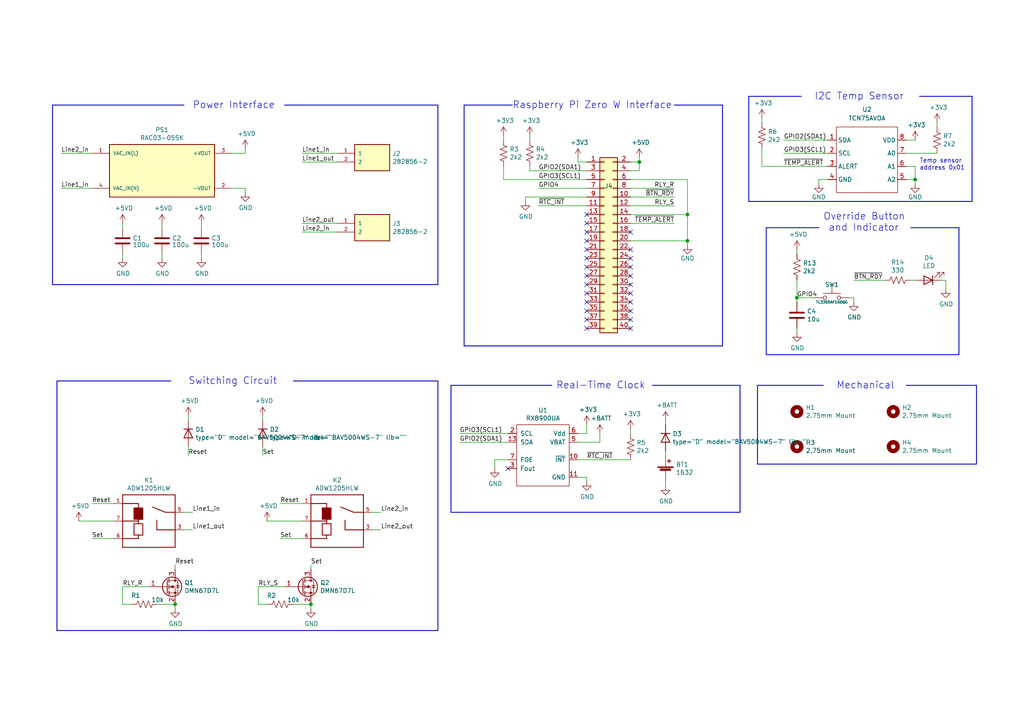
<source format=kicad_sch>
(kicad_sch (version 20211123) (generator eeschema)
  (paper "A4")
  (title_block (title "PumpTimerV2") (date "2021-04-15") (rev "-") (company "Taylor Zinke"))
  (lib_symbols
    (symbol "Connector_Generic:Conn_02x20_Odd_Even" (pin_names (offset 1.016) hide)
      (property "Reference" "J" (at 1.27 25.4 0))
      (property "Value" "Conn_02x20_Odd_Even" (at 1.27 -27.94 0))
      (symbol "Conn_02x20_Odd_Even_1_1"
        (rectangle (start -1.27 -25.273) (end 0 -25.527) (stroke (width 0.1524)))
        (rectangle (start -1.27 -22.733) (end 0 -22.987) (stroke (width 0.1524)))
        (rectangle (start -1.27 -20.193) (end 0 -20.447) (stroke (width 0.1524)))
        (rectangle (start -1.27 -17.653) (end 0 -17.907) (stroke (width 0.1524)))
        (rectangle (start -1.27 -15.113) (end 0 -15.367) (stroke (width 0.1524)))
        (rectangle (start -1.27 -12.573) (end 0 -12.827) (stroke (width 0.1524)))
        (rectangle (start -1.27 -10.033) (end 0 -10.287) (stroke (width 0.1524)))
        (rectangle (start -1.27 -7.493) (end 0 -7.747) (stroke (width 0.1524)))
        (rectangle (start -1.27 -4.953) (end 0 -5.207) (stroke (width 0.1524)))
        (rectangle (start -1.27 -2.413) (end 0 -2.667) (stroke (width 0.1524)))
        (rectangle (start -1.27 0.127) (end 0 -0.127) (stroke (width 0.1524)))
        (rectangle (start -1.27 2.667) (end 0 2.413) (stroke (width 0.1524)))
        (rectangle (start -1.27 5.207) (end 0 4.953) (stroke (width 0.1524)))
        (rectangle (start -1.27 7.747) (end 0 7.493) (stroke (width 0.1524)))
        (rectangle (start -1.27 10.287) (end 0 10.033) (stroke (width 0.1524)))
        (rectangle (start -1.27 12.827) (end 0 12.573) (stroke (width 0.1524)))
        (rectangle (start -1.27 15.367) (end 0 15.113) (stroke (width 0.1524)))
        (rectangle (start -1.27 17.907) (end 0 17.653) (stroke (width 0.1524)))
        (rectangle (start -1.27 20.447) (end 0 20.193) (stroke (width 0.1524)))
        (rectangle (start -1.27 22.987) (end 0 22.733) (stroke (width 0.1524)))
        (rectangle (start -1.27 24.13) (end 3.81 -26.67) (stroke (width 0.254)) (fill (type background)))
        (rectangle (start 3.81 -25.273) (end 2.54 -25.527) (stroke (width 0.1524)))
        (rectangle (start 3.81 -22.733) (end 2.54 -22.987) (stroke (width 0.1524)))
        (rectangle (start 3.81 -20.193) (end 2.54 -20.447) (stroke (width 0.1524)))
        (rectangle (start 3.81 -17.653) (end 2.54 -17.907) (stroke (width 0.1524)))
        (rectangle (start 3.81 -15.113) (end 2.54 -15.367) (stroke (width 0.1524)))
        (rectangle (start 3.81 -12.573) (end 2.54 -12.827) (stroke (width 0.1524)))
        (rectangle (start 3.81 -10.033) (end 2.54 -10.287) (stroke (width 0.1524)))
        (rectangle (start 3.81 -7.493) (end 2.54 -7.747) (stroke (width 0.1524)))
        (rectangle (start 3.81 -4.953) (end 2.54 -5.207) (stroke (width 0.1524)))
        (rectangle (start 3.81 -2.413) (end 2.54 -2.667) (stroke (width 0.1524)))
        (rectangle (start 3.81 0.127) (end 2.54 -0.127) (stroke (width 0.1524)))
        (rectangle (start 3.81 2.667) (end 2.54 2.413) (stroke (width 0.1524)))
        (rectangle (start 3.81 5.207) (end 2.54 4.953) (stroke (width 0.1524)))
        (rectangle (start 3.81 7.747) (end 2.54 7.493) (stroke (width 0.1524)))
        (rectangle (start 3.81 10.287) (end 2.54 10.033) (stroke (width 0.1524)))
        (rectangle (start 3.81 12.827) (end 2.54 12.573) (stroke (width 0.1524)))
        (rectangle (start 3.81 15.367) (end 2.54 15.113) (stroke (width 0.1524)))
        (rectangle (start 3.81 17.907) (end 2.54 17.653) (stroke (width 0.1524)))
        (rectangle (start 3.81 20.447) (end 2.54 20.193) (stroke (width 0.1524)))
        (rectangle (start 3.81 22.987) (end 2.54 22.733) (stroke (width 0.1524)))
        (pin passive line (at -5.08 22.86 0) (length 3.81) (name "Pin_1") (number "1"))
        (pin passive line (at 7.62 12.7 180) (length 3.81) (name "Pin_10") (number "10"))
        (pin passive line (at -5.08 10.16 0) (length 3.81) (name "Pin_11") (number "11"))
        (pin passive line (at 7.62 10.16 180) (length 3.81) (name "Pin_12") (number "12"))
        (pin passive line (at -5.08 7.62 0) (length 3.81) (name "Pin_13") (number "13"))
        (pin passive line (at 7.62 7.62 180) (length 3.81) (name "Pin_14") (number "14"))
        (pin passive line (at -5.08 5.08 0) (length 3.81) (name "Pin_15") (number "15"))
        (pin passive line (at 7.62 5.08 180) (length 3.81) (name "Pin_16") (number "16"))
        (pin passive line (at -5.08 2.54 0) (length 3.81) (name "Pin_17") (number "17"))
        (pin passive line (at 7.62 2.54 180) (length 3.81) (name "Pin_18") (number "18"))
        (pin passive line (at -5.08 0 0) (length 3.81) (name "Pin_19") (number "19"))
        (pin passive line (at 7.62 22.86 180) (length 3.81) (name "Pin_2") (number "2"))
        (pin passive line (at 7.62 0 180) (length 3.81) (name "Pin_20") (number "20"))
        (pin passive line (at -5.08 -2.54 0) (length 3.81) (name "Pin_21") (number "21"))
        (pin passive line (at 7.62 -2.54 180) (length 3.81) (name "Pin_22") (number "22"))
        (pin passive line (at -5.08 -5.08 0) (length 3.81) (name "Pin_23") (number "23"))
        (pin passive line (at 7.62 -5.08 180) (length 3.81) (name "Pin_24") (number "24"))
        (pin passive line (at -5.08 -7.62 0) (length 3.81) (name "Pin_25") (number "25"))
        (pin passive line (at 7.62 -7.62 180) (length 3.81) (name "Pin_26") (number "26"))
        (pin passive line (at -5.08 -10.16 0) (length 3.81) (name "Pin_27") (number "27"))
        (pin passive line (at 7.62 -10.16 180) (length 3.81) (name "Pin_28") (number "28"))
        (pin passive line (at -5.08 -12.7 0) (length 3.81) (name "Pin_29") (number "29"))
        (pin passive line (at -5.08 20.32 0) (length 3.81) (name "Pin_3") (number "3"))
        (pin passive line (at 7.62 -12.7 180) (length 3.81) (name "Pin_30") (number "30"))
        (pin passive line (at -5.08 -15.24 0) (length 3.81) (name "Pin_31") (number "31"))
        (pin passive line (at 7.62 -15.24 180) (length 3.81) (name "Pin_32") (number "32"))
        (pin passive line (at -5.08 -17.78 0) (length 3.81) (name "Pin_33") (number "33"))
        (pin passive line (at 7.62 -17.78 180) (length 3.81) (name "Pin_34") (number "34"))
        (pin passive line (at -5.08 -20.32 0) (length 3.81) (name "Pin_35") (number "35"))
        (pin passive line (at 7.62 -20.32 180) (length 3.81) (name "Pin_36") (number "36"))
        (pin passive line (at -5.08 -22.86 0) (length 3.81) (name "Pin_37") (number "37"))
        (pin passive line (at 7.62 -22.86 180) (length 3.81) (name "Pin_38") (number "38"))
        (pin passive line (at -5.08 -25.4 0) (length 3.81) (name "Pin_39") (number "39"))
        (pin passive line (at 7.62 20.32 180) (length 3.81) (name "Pin_4") (number "4"))
        (pin passive line (at 7.62 -25.4 180) (length 3.81) (name "Pin_40") (number "40"))
        (pin passive line (at -5.08 17.78 0) (length 3.81) (name "Pin_5") (number "5"))
        (pin passive line (at 7.62 17.78 180) (length 3.81) (name "Pin_6") (number "6"))
        (pin passive line (at -5.08 15.24 0) (length 3.81) (name "Pin_7") (number "7"))
        (pin passive line (at 7.62 15.24 180) (length 3.81) (name "Pin_8") (number "8"))
        (pin passive line (at -5.08 12.7 0) (length 3.81) (name "Pin_9") (number "9"))
      )
    )
    (symbol "Device:C" (pin_numbers hide) (pin_names (offset 0.254))
      (property "Reference" "C" (at 0.635 2.54 0))
      (property "Value" "C" (at 0.635 -2.54 0))
      (symbol "C_0_1"
        (polyline (pts (xy -2.032 -0.762) (xy 2.032 -0.762)) (stroke (width 0.508)))
        (polyline (pts (xy -2.032 0.762) (xy 2.032 0.762)) (stroke (width 0.508)))
      )
      (symbol "C_1_1"
        (pin passive line (at 0 3.81 270) (length 2.794) (name "~") (number "1"))
        (pin passive line (at 0 -3.81 90) (length 2.794) (name "~") (number "2"))
      )
    )
    (symbol "Device:LED" (pin_numbers hide) (pin_names (offset 1.016) hide)
      (property "Reference" "D" (at 0 2.54 0))
      (property "Value" "LED" (at 0 -2.54 0))
      (symbol "LED_0_1"
        (polyline (pts (xy -1.27 -1.27) (xy -1.27 1.27)) (stroke (width 0.254)))
        (polyline (pts (xy -1.27 0) (xy 1.27 0)))
        (polyline (pts (xy 1.27 -1.27) (xy 1.27 1.27) (xy -1.27 0) (xy 1.27 -1.27)) (stroke (width 0.254)))
        (polyline (pts (xy -3.048 -0.762) (xy -4.572 -2.286) (xy -3.81 -2.286) (xy -4.572 -2.286) (xy -4.572 -1.524)))
        (polyline (pts (xy -1.778 -0.762) (xy -3.302 -2.286) (xy -2.54 -2.286) (xy -3.302 -2.286) (xy -3.302 -1.524)))
      )
      (symbol "LED_1_1"
        (pin passive line (at -3.81 0 0) (length 2.54) (name "K") (number "1"))
        (pin passive line (at 3.81 0 180) (length 2.54) (name "A") (number "2"))
      )
    )
    (symbol "Device:R_US" (pin_numbers hide) (pin_names (offset 0))
      (property "Reference" "R" (at 2.54 0 90))
      (property "Value" "R_US" (at -2.54 0 90))
      (symbol "R_US_0_1"
        (polyline (pts (xy 0 -2.286) (xy 0 -2.54)))
        (polyline (pts (xy 0 2.286) (xy 0 2.54)))
        (polyline (pts (xy 0 -0.762) (xy 1.016 -1.143) (xy 0 -1.524) (xy -1.016 -1.905) (xy 0 -2.286)))
        (polyline (pts (xy 0 0.762) (xy 1.016 0.381) (xy 0 0) (xy -1.016 -0.381) (xy 0 -0.762)))
        (polyline (pts (xy 0 2.286) (xy 1.016 1.905) (xy 0 1.524) (xy -1.016 1.143) (xy 0 0.762)))
      )
      (symbol "R_US_1_1"
        (pin passive line (at 0 3.81 270) (length 1.27) (name "~") (number "1"))
        (pin passive line (at 0 -3.81 90) (length 1.27) (name "~") (number "2"))
      )
    )
    (symbol "Mechanical:MountingHole" (pin_names (offset 1.016))
      (property "Reference" "H" (at 0 5.08 0))
      (property "Value" "MountingHole" (at 0 3.175 0))
      (symbol "MountingHole_0_1"
        (circle (center 0 0) (radius 1.27) (stroke (width 1.27)))
      )
    )
    (symbol "PumpTimerV2-rescue:+3.3V-power" (power) (pin_names (offset 0))
      (property "Value" "+3.3V-power" (at 0 3.556 0))
      (symbol "+3.3V-power_0_1"
        (polyline (pts (xy -0.762 1.27) (xy 0 2.54)))
        (polyline (pts (xy 0 0) (xy 0 2.54)))
        (polyline (pts (xy 0 2.54) (xy 0.762 1.27)))
      )
      (symbol "+3.3V-power_1_1"
        (pin power_in line (at 0 0 90) (length 0) hide (name "+3V3") (number "1"))
      )
    )
    (symbol "PumpTimerV2-rescue:282856-2-Connector" (pin_names (offset 1.016))
      (property "Reference" "J" (at -5.588 5.08 0))
      (property "Value" "282856-2-Connector" (at -5.08 -5.08 0))
      (symbol "282856-2-Connector_0_0"
        (rectangle (start -5.08 -2.54) (end 5.08 5.08) (stroke (width 0.254)) (fill (type background)))
        (pin passive line (at -10.16 2.54 0) (length 5.08) (name "1") (number "1"))
        (pin passive line (at -10.16 0 0) (length 5.08) (name "2") (number "2"))
      )
    )
    (symbol "PumpTimerV2-rescue:ADW1205HLW-Relay" (pin_names (offset 1.016) hide)
      (property "Reference" "K" (at -7.62 8.128 0))
      (property "Value" "ADW1205HLW-Relay" (at -7.366 -10.668 0))
      (symbol "ADW1205HLW-Relay_0_0"
        (rectangle (start -4.318 0.508) (end -1.778 3.81) (fill (type outline)))
        (polyline (pts (xy -7.62 -7.62) (xy 7.62 -7.62)) (stroke (width 0.254)))
        (polyline (pts (xy -7.62 -5.08) (xy -7.62 -7.62)) (stroke (width 0.254)))
        (polyline (pts (xy -7.62 -5.08) (xy -3.048 -5.08)) (stroke (width 0.254)))
        (polyline (pts (xy -7.62 0) (xy -7.62 -5.08)) (stroke (width 0.254)))
        (polyline (pts (xy -7.62 0) (xy -3.048 0)) (stroke (width 0.254)))
        (polyline (pts (xy -7.62 5.08) (xy -7.62 0)) (stroke (width 0.254)))
        (polyline (pts (xy -7.62 5.08) (xy -3.048 5.08)) (stroke (width 0.254)))
        (polyline (pts (xy -7.62 7.62) (xy -7.62 5.08)) (stroke (width 0.254)))
        (polyline (pts (xy -4.318 -4.064) (xy -3.048 -4.064)) (stroke (width 0.254)))
        (polyline (pts (xy -4.318 -0.762) (xy -4.318 -4.064)) (stroke (width 0.254)))
        (polyline (pts (xy -4.318 0.508) (xy -3.048 0.508)) (stroke (width 0.254)))
        (polyline (pts (xy -4.318 3.81) (xy -4.318 0.508)) (stroke (width 0.254)))
        (polyline (pts (xy -3.048 -4.064) (xy -3.048 -5.08)) (stroke (width 0.254)))
        (polyline (pts (xy -3.048 -4.064) (xy -1.778 -4.064)) (stroke (width 0.254)))
        (polyline (pts (xy -3.048 -0.762) (xy -4.318 -0.762)) (stroke (width 0.254)))
        (polyline (pts (xy -3.048 0) (xy -3.048 -0.762)) (stroke (width 0.254)))
        (polyline (pts (xy -3.048 0.508) (xy -3.048 0)) (stroke (width 0.254)))
        (polyline (pts (xy -3.048 0.508) (xy -1.778 0.508)) (stroke (width 0.254)))
        (polyline (pts (xy -3.048 3.81) (xy -4.318 3.81)) (stroke (width 0.254)))
        (polyline (pts (xy -3.048 5.08) (xy -3.048 3.81)) (stroke (width 0.254)))
        (polyline (pts (xy -1.778 -4.064) (xy -1.778 -0.762)) (stroke (width 0.254)))
        (polyline (pts (xy -1.778 -0.762) (xy -3.048 -0.762)) (stroke (width 0.254)))
        (polyline (pts (xy -1.778 0.508) (xy -1.778 3.81)) (stroke (width 0.254)))
        (polyline (pts (xy -1.778 3.81) (xy -3.048 3.81)) (stroke (width 0.254)))
        (polyline (pts (xy 2.286 -2.54) (xy 2.286 0.254)) (stroke (width 0.254)))
        (polyline (pts (xy 4.826 2.54) (xy 1.016 4.064)) (stroke (width 0.254)))
        (polyline (pts (xy 7.62 -7.62) (xy 7.62 -2.54)) (stroke (width 0.254)))
        (polyline (pts (xy 7.62 -2.54) (xy 2.286 -2.54)) (stroke (width 0.254)))
        (polyline (pts (xy 7.62 -2.54) (xy 7.62 2.54)) (stroke (width 0.254)))
        (polyline (pts (xy 7.62 2.54) (xy 4.826 2.54)) (stroke (width 0.254)))
        (polyline (pts (xy 7.62 2.54) (xy 7.62 7.62)) (stroke (width 0.254)))
        (polyline (pts (xy 7.62 7.62) (xy -7.62 7.62)) (stroke (width 0.254)))
        (pin passive line (at -10.16 5.08 0) (length 2.54) (name "~") (number "1"))
        (pin passive line (at 10.16 -2.54 180) (length 2.54) (name "~") (number "3"))
        (pin passive line (at 10.16 2.54 180) (length 2.54) (name "~") (number "5"))
        (pin passive line (at -10.16 -5.08 0) (length 2.54) (name "~") (number "6"))
        (pin passive line (at -10.16 0 0) (length 2.54) (name "~") (number "7"))
      )
    )
    (symbol "PumpTimerV2-rescue:Battery_Cell-battery_cell" (pin_numbers hide) (pin_names (offset 0) hide)
      (property "Reference" "BT" (at 2.54 2.54 0))
      (property "Value" "Battery_Cell-battery_cell" (at 2.54 0 0))
      (symbol "Battery_Cell-battery_cell_0_1"
        (rectangle (start -2.286 1.778) (end 2.286 1.524) (fill (type outline)))
        (rectangle (start -1.5748 1.1938) (end 1.4732 0.6858) (fill (type outline)))
        (polyline (pts (xy 0 0.762) (xy 0 0)))
        (polyline (pts (xy 0 1.778) (xy 0 2.54)))
        (polyline (pts (xy 0.508 3.429) (xy 1.524 3.429)) (stroke (width 0.254)))
        (polyline (pts (xy 1.016 3.937) (xy 1.016 2.921)) (stroke (width 0.254)))
      )
      (symbol "Battery_Cell-battery_cell_1_1"
        (pin passive line (at 0 -2.54 90) (length 2.54) (name "-") (number "NEG"))
        (pin passive line (at 0 5.08 270) (length 2.54) (name "+") (number "POS"))
      )
    )
    (symbol "PumpTimerV2-rescue:RAC03-05SK-power" (pin_names (offset 1.016))
      (property "Reference" "PS" (at -15.24 8.89 0))
      (property "Value" "RAC03-05SK-power" (at -15.24 -10.16 0))
      (symbol "RAC03-05SK-power_0_0"
        (rectangle (start -15.24 -7.62) (end 15.24 7.62) (stroke (width 0.254)) (fill (type background)))
        (pin input line (at -20.32 5.08 0) (length 5.08) (name "VAC_IN(L)") (number "1"))
        (pin output line (at 20.32 -5.08 180) (length 5.08) (name "-VOUT") (number "2"))
        (pin output line (at 20.32 5.08 180) (length 5.08) (name "+VOUT") (number "3"))
        (pin input line (at -20.32 -5.08 0) (length 5.08) (name "VAC_IN(N)") (number "4"))
      )
    )
    (symbol "PumpTimerV2-rescue:RX8900UA-Timer_RTC" (pin_names (offset 1.016))
      (property "Reference" "U" (at 2.54 -21.59 0))
      (property "Value" "RX8900UA-Timer_RTC" (at 5.08 -19.05 0))
      (symbol "RX8900UA-Timer_RTC_0_1"
        (rectangle (start 0 0) (end 15.24 -17.78))
      )
      (symbol "RX8900UA-Timer_RTC_1_1"
        (pin open_collector line (at 17.78 -10.16 180) (length 2.54) (name "~{INT}") (number "10"))
        (pin passive line (at 17.78 -15.24 180) (length 2.54) (name "GND") (number "11"))
        (pin bidirectional line (at -2.54 -5.08 0) (length 2.54) (name "SDA") (number "13"))
        (pin input line (at -2.54 -2.54 0) (length 2.54) (name "SCL") (number "2"))
        (pin output line (at -2.54 -12.7 0) (length 2.54) (name "Fout") (number "3"))
        (pin power_in line (at 17.78 -5.08 180) (length 2.54) (name "VBAT") (number "5"))
        (pin power_in line (at 17.78 -2.54 180) (length 2.54) (name "Vdd") (number "6"))
        (pin input line (at -2.54 -10.16 0) (length 2.54) (name "FOE") (number "7"))
      )
    )
    (symbol "Simulation_SPICE:DIODE" (pin_numbers hide) (pin_names (offset 1.016) hide)
      (property "Reference" "D" (at 0 2.54 0))
      (property "Value" "DIODE" (at 0 -2.54 0))
      (symbol "DIODE_0_1"
        (polyline (pts (xy 1.27 0) (xy -1.27 0)))
        (polyline (pts (xy 1.27 1.27) (xy 1.27 -1.27)) (stroke (width 0.254)))
        (polyline (pts (xy -1.27 -1.27) (xy -1.27 1.27) (xy 1.27 0) (xy -1.27 -1.27)) (stroke (width 0.254)))
      )
      (symbol "DIODE_1_1"
        (pin passive line (at -3.81 0 0) (length 2.54) (name "A") (number "1"))
        (pin passive line (at 3.81 0 180) (length 2.54) (name "K") (number "2"))
      )
    )
    (symbol "Switch:SW_Push" (pin_numbers hide) (pin_names (offset 1.016) hide)
      (property "Reference" "SW" (at 1.27 2.54 0))
      (property "Value" "SW_Push" (at 0 -1.524 0))
      (symbol "SW_Push_0_1"
        (circle (center -2.032 0) (radius 0.508))
        (polyline (pts (xy 0 1.27) (xy 0 3.048)))
        (polyline (pts (xy 2.54 1.27) (xy -2.54 1.27)))
        (circle (center 2.032 0) (radius 0.508))
        (pin passive line (at -5.08 0 0) (length 2.54) (name "1") (number "1"))
        (pin passive line (at 5.08 0 180) (length 2.54) (name "2") (number "2"))
      )
    )
    (symbol "TZ_Sensors:TCN75AVOA"
      (property "Reference" "U" (at 3.81 1.27 0))
      (property "Value" "TCN75AVOA" (at 8.89 -20.32 0))
      (symbol "TCN75AVOA_0_1"
        (rectangle (start 0 0) (end 17.78 -19.05))
      )
      (symbol "TCN75AVOA_1_1"
        (pin input line (at -2.54 -3.81 0) (length 2.54) (name "SDA") (number "1"))
        (pin input line (at -2.54 -7.62 0) (length 2.54) (name "SCL") (number "2"))
        (pin input line (at -2.54 -11.43 0) (length 2.54) (name "ALERT") (number "3"))
        (pin power_in line (at -2.54 -15.24 0) (length 2.54) (name "GND") (number "4"))
        (pin input line (at 20.32 -15.24 180) (length 2.54) (name "A2") (number "5"))
        (pin input line (at 20.32 -11.43 180) (length 2.54) (name "A1") (number "6"))
        (pin input line (at 20.32 -7.62 180) (length 2.54) (name "A0") (number "7"))
        (pin power_in line (at 20.32 -3.81 180) (length 2.54) (name "VDD") (number "8"))
      )
    )
    (symbol "Transistor_FET:DMN67D7L" (pin_names hide)
      (property "Reference" "Q" (at 5.08 1.905 0))
      (property "Value" "DMN67D7L" (at 5.08 0 0))
      (symbol "DMN67D7L_0_1"
        (polyline (pts (xy 0.254 0) (xy -2.54 0)))
        (polyline (pts (xy 0.254 1.905) (xy 0.254 -1.905)) (stroke (width 0.254)))
        (polyline (pts (xy 0.762 -1.27) (xy 0.762 -2.286)) (stroke (width 0.254)))
        (polyline (pts (xy 0.762 0.508) (xy 0.762 -0.508)) (stroke (width 0.254)))
        (polyline (pts (xy 0.762 2.286) (xy 0.762 1.27)) (stroke (width 0.254)))
        (polyline (pts (xy 2.54 2.54) (xy 2.54 1.778)))
        (polyline (pts (xy 2.54 -2.54) (xy 2.54 0) (xy 0.762 0)))
        (polyline (pts (xy 0.762 -1.778) (xy 3.302 -1.778) (xy 3.302 1.778) (xy 0.762 1.778)))
        (polyline (pts (xy 1.016 0) (xy 2.032 0.381) (xy 2.032 -0.381) (xy 1.016 0)) (fill (type outline)))
        (polyline (pts (xy 2.794 0.508) (xy 2.921 0.381) (xy 3.683 0.381) (xy 3.81 0.254)))
        (polyline (pts (xy 3.302 0.381) (xy 2.921 -0.254) (xy 3.683 -0.254) (xy 3.302 0.381)))
        (circle (center 1.651 0) (radius 2.794) (stroke (width 0.254)))
        (circle (center 2.54 -1.778) (radius 0.254) (fill (type outline)))
        (circle (center 2.54 1.778) (radius 0.254) (fill (type outline)))
      )
      (symbol "DMN67D7L_1_1"
        (pin input line (at -5.08 0 0) (length 2.54) (name "G") (number "1"))
        (pin passive line (at 2.54 -5.08 90) (length 2.54) (name "S") (number "2"))
        (pin passive line (at 2.54 5.08 270) (length 2.54) (name "D") (number "3"))
      )
    )
    (symbol "power:+5VD" (power) (pin_names (offset 0))
      (property "Value" "+5VD" (at 0 3.556 0))
      (symbol "+5VD_0_1"
        (polyline (pts (xy -0.762 1.27) (xy 0 2.54)))
        (polyline (pts (xy 0 0) (xy 0 2.54)))
        (polyline (pts (xy 0 2.54) (xy 0.762 1.27)))
      )
      (symbol "+5VD_1_1"
        (pin power_in line (at 0 0 90) (length 0) hide (name "+5VD") (number "1"))
      )
    )
    (symbol "power:+BATT" (power) (pin_names (offset 0))
      (property "Value" "+BATT" (at 0 3.556 0))
      (symbol "+BATT_0_1"
        (polyline (pts (xy -0.762 1.27) (xy 0 2.54)))
        (polyline (pts (xy 0 0) (xy 0 2.54)))
        (polyline (pts (xy 0 2.54) (xy 0.762 1.27)))
      )
      (symbol "+BATT_1_1"
        (pin power_in line (at 0 0 90) (length 0) hide (name "+BATT") (number "1"))
      )
    )
    (symbol "power:GND" (power) (pin_names (offset 0))
      (property "Value" "GND" (at 0 -3.81 0))
      (symbol "GND_0_1"
        (polyline (pts (xy 0 0) (xy 0 -1.27) (xy 1.27 -1.27) (xy 0 -2.54) (xy -1.27 -1.27) (xy 0 -1.27)))
      )
      (symbol "GND_1_1"
        (pin power_in line (at 0 0 270) (length 0) hide (name "GND") (number "1"))
      )
    )
  )
  (junction (at 199.39 62.23))
  (junction (at 185.42 46.99))
  (junction (at 199.39 69.85))
  (junction (at 265.43 52.07))
  (junction (at 90.17 175.26))
  (junction (at 50.8 175.26))
  (junction (at 231.14 86.36))
  (no_connect (at 170.18 90.17))
  (no_connect (at 182.88 85.09))
  (no_connect (at 170.18 80.01))
  (no_connect (at 170.18 64.77))
  (no_connect (at 170.18 69.85))
  (no_connect (at 170.18 77.47))
  (no_connect (at 182.88 82.55))
  (no_connect (at 170.18 92.71))
  (no_connect (at 182.88 95.25))
  (no_connect (at 182.88 90.17))
  (no_connect (at 170.18 62.23))
  (no_connect (at 182.88 72.39))
  (no_connect (at 147.32 135.89))
  (no_connect (at 170.18 67.31))
  (no_connect (at 170.18 72.39))
  (no_connect (at 182.88 80.01))
  (no_connect (at 170.18 95.25))
  (no_connect (at 182.88 92.71))
  (no_connect (at 170.18 74.93))
  (no_connect (at 170.18 85.09))
  (no_connect (at 170.18 82.55))
  (no_connect (at 170.18 87.63))
  (no_connect (at 182.88 87.63))
  (no_connect (at 182.88 67.31))
  (no_connect (at 182.88 74.93))
  (no_connect (at 182.88 77.47))
  (wire (pts (xy 231.14 81.28) (xy 231.14 86.36)))
  (wire (pts (xy 81.28 146.05) (xy 87.63 146.05)))
  (wire (pts (xy 240.03 48.26) (xy 220.98 48.26)))
  (wire (pts (xy 87.63 44.45) (xy 97.79 44.45)))
  (wire (pts (xy 156.21 54.61) (xy 170.18 54.61)))
  (polyline (pts (xy 217.17 27.94) (xy 232.41 27.94)) (stroke (width 0.254) (type solid)))
  (wire (pts (xy 76.2 121.92) (xy 76.2 120.65)))
  (wire (pts (xy 182.88 59.69) (xy 195.58 59.69)))
  (wire (pts (xy 193.04 132.08) (xy 193.04 130.81)))
  (wire (pts (xy 231.14 95.25) (xy 231.14 96.52)))
  (wire (pts (xy 170.18 138.43) (xy 170.18 139.7)))
  (polyline (pts (xy 217.17 58.42) (xy 281.94 58.42)) (stroke (width 0.254) (type solid)))
  (wire (pts (xy 87.63 64.77) (xy 97.79 64.77)))
  (wire (pts (xy 77.47 151.13) (xy 87.63 151.13)))
  (wire (pts (xy 247.65 81.28) (xy 256.54 81.28)))
  (wire (pts (xy 81.28 156.21) (xy 87.63 156.21)))
  (wire (pts (xy 265.43 48.26) (xy 265.43 52.07)))
  (polyline (pts (xy 127 82.55) (xy 127 30.48)) (stroke (width 0.254) (type solid)))
  (wire (pts (xy 153.67 48.26) (xy 153.67 49.53)))
  (wire (pts (xy 46.99 64.77) (xy 46.99 66.04)))
  (polyline (pts (xy 217.17 27.94) (xy 217.17 58.42)) (stroke (width 0.254) (type solid)))
  (wire (pts (xy 90.17 163.83) (xy 90.17 165.1)))
  (wire (pts (xy 231.14 86.36) (xy 236.22 86.36)))
  (wire (pts (xy 107.95 148.59) (xy 110.49 148.59)))
  (wire (pts (xy 110.49 153.67) (xy 107.95 153.67)))
  (polyline (pts (xy 134.62 30.48) (xy 134.62 100.33)) (stroke (width 0.254) (type solid)))
  (polyline (pts (xy 283.21 111.76) (xy 262.89 111.76)) (stroke (width 0.254) (type solid)))
  (wire (pts (xy 67.31 44.45) (xy 71.12 44.45)))
  (wire (pts (xy 193.04 121.92) (xy 193.04 123.19)))
  (polyline (pts (xy 16.51 182.88) (xy 16.51 110.49)) (stroke (width 0.254) (type solid)))
  (wire (pts (xy 231.14 87.63) (xy 231.14 86.36)))
  (wire (pts (xy 46.99 73.66) (xy 46.99 74.93)))
  (polyline (pts (xy 209.55 30.48) (xy 209.55 100.33)) (stroke (width 0.254) (type solid)))
  (wire (pts (xy 237.49 52.07) (xy 237.49 53.34)))
  (wire (pts (xy 152.4 58.42) (xy 152.4 57.15)))
  (wire (pts (xy 265.43 52.07) (xy 265.43 53.34)))
  (wire (pts (xy 146.05 52.07) (xy 146.05 48.26)))
  (polyline (pts (xy 127 30.48) (xy 82.55 30.48)) (stroke (width 0.254) (type solid)))
  (wire (pts (xy 182.88 46.99) (xy 185.42 46.99)))
  (wire (pts (xy 199.39 62.23) (xy 199.39 69.85)))
  (polyline (pts (xy 127 110.49) (xy 85.09 110.49)) (stroke (width 0.254) (type solid)))
  (wire (pts (xy 147.32 128.27) (xy 133.35 128.27)))
  (polyline (pts (xy 134.62 100.33) (xy 209.55 100.33)) (stroke (width 0.254) (type solid)))
  (polyline (pts (xy 237.49 66.04) (xy 222.25 66.04)) (stroke (width 0.254) (type solid)))
  (polyline (pts (xy 189.23 111.76) (xy 214.63 111.76)) (stroke (width 0.254) (type solid)))
  (polyline (pts (xy 283.21 134.62) (xy 283.21 111.76)) (stroke (width 0.254) (type solid)))
  (polyline (pts (xy 281.94 27.94) (xy 266.7 27.94)) (stroke (width 0.254) (type solid)))
  (wire (pts (xy 231.14 72.39) (xy 231.14 73.66)))
  (wire (pts (xy 143.51 135.89) (xy 143.51 133.35)))
  (wire (pts (xy 90.17 175.26) (xy 90.17 176.53)))
  (wire (pts (xy 74.93 175.26) (xy 74.93 170.18)))
  (wire (pts (xy 58.42 64.77) (xy 58.42 66.04)))
  (wire (pts (xy 262.89 52.07) (xy 265.43 52.07)))
  (wire (pts (xy 97.79 67.31) (xy 87.63 67.31)))
  (wire (pts (xy 199.39 52.07) (xy 199.39 62.23)))
  (wire (pts (xy 17.78 54.61) (xy 26.67 54.61)))
  (wire (pts (xy 152.4 57.15) (xy 170.18 57.15)))
  (wire (pts (xy 220.98 35.56) (xy 220.98 34.29)))
  (polyline (pts (xy 15.24 82.55) (xy 127 82.55)) (stroke (width 0.254) (type solid)))
  (wire (pts (xy 182.88 69.85) (xy 199.39 69.85)))
  (wire (pts (xy 182.88 125.73) (xy 182.88 124.46)))
  (wire (pts (xy 143.51 133.35) (xy 147.32 133.35)))
  (wire (pts (xy 146.05 40.64) (xy 146.05 39.37)))
  (polyline (pts (xy 278.13 66.04) (xy 278.13 102.87)) (stroke (width 0.254) (type solid)))
  (wire (pts (xy 182.88 49.53) (xy 185.42 49.53)))
  (wire (pts (xy 262.89 48.26) (xy 265.43 48.26)))
  (wire (pts (xy 170.18 59.69) (xy 156.21 59.69)))
  (wire (pts (xy 26.67 146.05) (xy 33.02 146.05)))
  (wire (pts (xy 182.88 64.77) (xy 195.58 64.77)))
  (wire (pts (xy 193.04 139.7) (xy 193.04 140.97)))
  (wire (pts (xy 182.88 57.15) (xy 195.58 57.15)))
  (wire (pts (xy 35.56 175.26) (xy 35.56 170.18)))
  (polyline (pts (xy 219.71 111.76) (xy 219.71 134.62)) (stroke (width 0.254) (type solid)))
  (wire (pts (xy 71.12 54.61) (xy 71.12 55.88)))
  (wire (pts (xy 265.43 40.64) (xy 262.89 40.64)))
  (wire (pts (xy 22.86 151.13) (xy 33.02 151.13)))
  (wire (pts (xy 26.67 156.21) (xy 33.02 156.21)))
  (wire (pts (xy 182.88 54.61) (xy 195.58 54.61)))
  (wire (pts (xy 262.89 44.45) (xy 271.78 44.45)))
  (wire (pts (xy 153.67 39.37) (xy 153.67 40.64)))
  (wire (pts (xy 246.38 86.36) (xy 247.65 86.36)))
  (wire (pts (xy 153.67 49.53) (xy 170.18 49.53)))
  (wire (pts (xy 133.35 125.73) (xy 147.32 125.73)))
  (polyline (pts (xy 214.63 148.59) (xy 130.81 148.59)) (stroke (width 0.254) (type solid)))
  (wire (pts (xy 50.8 165.1) (xy 50.8 163.83)))
  (polyline (pts (xy 281.94 58.42) (xy 281.94 27.94)) (stroke (width 0.254) (type solid)))
  (wire (pts (xy 227.33 44.45) (xy 240.03 44.45)))
  (wire (pts (xy 167.64 125.73) (xy 170.18 125.73)))
  (polyline (pts (xy 219.71 111.76) (xy 238.76 111.76)) (stroke (width 0.254) (type solid)))
  (wire (pts (xy 54.61 121.92) (xy 54.61 120.65)))
  (polyline (pts (xy 16.51 110.49) (xy 49.53 110.49)) (stroke (width 0.254) (type solid)))
  (wire (pts (xy 58.42 73.66) (xy 58.42 74.93)))
  (polyline (pts (xy 53.34 30.48) (xy 15.24 30.48)) (stroke (width 0.254) (type solid)))
  (wire (pts (xy 35.56 73.66) (xy 35.56 74.93)))
  (polyline (pts (xy 130.81 148.59) (xy 130.81 111.76)) (stroke (width 0.254) (type solid)))
  (wire (pts (xy 273.05 81.28) (xy 274.32 81.28)))
  (wire (pts (xy 247.65 86.36) (xy 247.65 87.63)))
  (wire (pts (xy 35.56 170.18) (xy 43.18 170.18)))
  (wire (pts (xy 77.47 175.26) (xy 74.93 175.26)))
  (wire (pts (xy 50.8 175.26) (xy 45.72 175.26)))
  (polyline (pts (xy 222.25 102.87) (xy 278.13 102.87)) (stroke (width 0.254) (type solid)))
  (wire (pts (xy 173.99 125.73) (xy 173.99 128.27)))
  (wire (pts (xy 271.78 36.83) (xy 271.78 35.56)))
  (polyline (pts (xy 130.81 111.76) (xy 160.02 111.76)) (stroke (width 0.254) (type solid)))
  (wire (pts (xy 54.61 132.08) (xy 54.61 129.54)))
  (wire (pts (xy 85.09 175.26) (xy 90.17 175.26)))
  (polyline (pts (xy 278.13 66.04) (xy 264.16 66.04)) (stroke (width 0.254) (type solid)))
  (wire (pts (xy 53.34 148.59) (xy 55.88 148.59)))
  (polyline (pts (xy 219.71 134.62) (xy 283.21 134.62)) (stroke (width 0.254) (type solid)))
  (wire (pts (xy 146.05 52.07) (xy 170.18 52.07)))
  (wire (pts (xy 182.88 62.23) (xy 199.39 62.23)))
  (polyline (pts (xy 127 110.49) (xy 127 182.88)) (stroke (width 0.254) (type solid)))
  (wire (pts (xy 167.64 133.35) (xy 182.88 133.35)))
  (polyline (pts (xy 209.55 30.48) (xy 195.58 30.48)) (stroke (width 0.254) (type solid)))
  (wire (pts (xy 240.03 52.07) (xy 237.49 52.07)))
  (polyline (pts (xy 222.25 66.04) (xy 222.25 102.87)) (stroke (width 0.254) (type solid)))
  (wire (pts (xy 167.64 138.43) (xy 170.18 138.43)))
  (polyline (pts (xy 127 182.88) (xy 16.51 182.88)) (stroke (width 0.254) (type solid)))
  (wire (pts (xy 76.2 129.54) (xy 76.2 132.08)))
  (wire (pts (xy 264.16 81.28) (xy 265.43 81.28)))
  (wire (pts (xy 87.63 46.99) (xy 97.79 46.99)))
  (wire (pts (xy 71.12 44.45) (xy 71.12 43.18)))
  (wire (pts (xy 170.18 46.99) (xy 167.64 46.99)))
  (wire (pts (xy 50.8 175.26) (xy 50.8 176.53)))
  (wire (pts (xy 67.31 54.61) (xy 71.12 54.61)))
  (wire (pts (xy 240.03 40.64) (xy 227.33 40.64)))
  (wire (pts (xy 185.42 49.53) (xy 185.42 46.99)))
  (polyline (pts (xy 15.24 30.48) (xy 15.24 82.55)) (stroke (width 0.254) (type solid)))
  (wire (pts (xy 170.18 125.73) (xy 170.18 123.19)))
  (polyline (pts (xy 214.63 111.76) (xy 214.63 148.59)) (stroke (width 0.254) (type solid)))
  (wire (pts (xy 167.64 46.99) (xy 167.64 45.72)))
  (wire (pts (xy 185.42 45.72) (xy 185.42 46.99)))
  (wire (pts (xy 199.39 71.12) (xy 199.39 69.85)))
  (wire (pts (xy 274.32 81.28) (xy 274.32 83.82)))
  (wire (pts (xy 220.98 48.26) (xy 220.98 43.18)))
  (wire (pts (xy 17.78 44.45) (xy 26.67 44.45)))
  (wire (pts (xy 35.56 66.04) (xy 35.56 64.77)))
  (wire (pts (xy 53.34 153.67) (xy 55.88 153.67)))
  (wire (pts (xy 38.1 175.26) (xy 35.56 175.26)))
  (wire (pts (xy 74.93 170.18) (xy 82.55 170.18)))
  (polyline (pts (xy 148.59 30.48) (xy 134.62 30.48)) (stroke (width 0.254) (type solid)))
  (wire (pts (xy 167.64 128.27) (xy 173.99 128.27)))
  (wire (pts (xy 182.88 52.07) (xy 199.39 52.07)))
  (text "Override Button\n and Indicator" (at 238.76 67.31 0) (effects (font (size 2.0066 2.0066)) (justify left bottom)))
  (text "Mechanical" (at 242.57 113.03 0) (effects (font (size 2.0066 2.0066)) (justify left bottom)))
  (text "Switching Circuit" (at 54.61 111.76 0) (effects (font (size 2.0066 2.0066)) (justify left bottom)))
  (text "I2C Temp Sensor" (at 236.22 29.21 0) (effects (font (size 2.0066 2.0066)) (justify left bottom)))
  (text "Raspberry Pi Zero W Interface" (at 148.59 31.75 0) (effects (font (size 2.0066 2.0066)) (justify left bottom)))
  (text "Power Interface" (at 55.88 31.75 0) (effects (font (size 2.0066 2.0066)) (justify left bottom)))
  (text "Real-Time Clock" (at 161.29 113.03 0) (effects (font (size 2.0066 2.0066)) (justify left bottom)))
  (text "Temp sensor\naddress 0x01" (at 266.7 49.53 0) (effects (font (size 1.27 1.27)) (justify left bottom)))
  (label "~{BTN_RDY}" (at 195.58 57.15 180))
  (label "Line1_out" (at 55.88 153.67 0))
  (label "Line2_out" (at 87.63 64.77 0))
  (label "GPIO3(SCL1)" (at 156.21 52.07 0))
  (label "~{TEMP_ALERT}" (at 227.33 48.26 0))
  (label "Line2_in" (at 87.63 67.31 0))
  (label "Set" (at 90.17 163.83 0))
  (label "Line1_out" (at 87.63 46.99 0))
  (label "Line2_in" (at 110.49 148.59 0))
  (label "~{BTN_RDY}" (at 247.65 81.28 0))
  (label "~{TEMP_ALERT}" (at 195.58 64.77 180))
  (label "Line2_in" (at 17.78 44.45 0))
  (label "RLY_R" (at 35.56 170.18 0))
  (label "GPIO4" (at 156.21 54.61 0))
  (label "GPIO2(SDA1)" (at 133.35 128.27 0))
  (label "RLY_S" (at 74.93 170.18 0))
  (label "Set" (at 81.28 156.21 0))
  (label "RLY_S" (at 195.58 59.69 180))
  (label "GPIO3(SCL1)" (at 227.33 44.45 0))
  (label "Reset" (at 26.67 146.05 0))
  (label "Line1_in" (at 55.88 148.59 0))
  (label "RLY_R" (at 195.58 54.61 180))
  (label "Reset" (at 50.8 163.83 0))
  (label "GPIO2(SDA1)" (at 156.21 49.53 0))
  (label "~{RTC_INT}" (at 170.18 133.35 0))
  (label "Line1_in" (at 87.63 44.45 0))
  (label "GPIO2(SDA1)" (at 227.33 40.64 0))
  (label "Line2_out" (at 110.49 153.67 0))
  (label "GPIO4" (at 231.14 86.36 0))
  (label "Line1_in" (at 17.78 54.61 0))
  (label "Set" (at 26.67 156.21 0))
  (label "Reset" (at 54.61 132.08 0))
  (label "Set" (at 76.2 132.08 0))
  (label "~{RTC_INT}" (at 156.21 59.69 0))
  (label "Reset" (at 81.28 146.05 0))
  (label "GPIO3(SCL1)" (at 133.35 125.73 0))
  (symbol (lib_id "PumpTimerV2-rescue:RAC03-05SK-power") (at 46.99 49.53 0) (unit 1)
    (property "Reference" "PS1" (at 46.99 37.6682 0))
    (property "Value" "RAC03-05SK" (at 46.99 39.9796 0))
    (property "Footprint" "power:RAC03-05SK" (effects hide))
    (property "Description" "3W AC/DC-Converter 'POWERLINE' 3kV reg" (effects hide))
    (property "Package" "None" (effects hide))
    (property "Availability" "Unavailable" (effects hide))
    (property "Part" "RAC03-05SK" (effects hide))
    (property "Price" "None" (effects hide))
    (property "MF" "Recom Power" (effects hide))
  )
  (symbol (lib_id "power:GND") (at 50.8 176.53 0) (unit 1)
    (property "Reference" "#PWR06" (effects hide))
    (property "Value" "GND" (at 50.927 180.9242 0))
  )
  (symbol (lib_id "power:GND") (at 90.17 176.53 0) (unit 1)
    (property "Reference" "#PWR012" (effects hide))
    (property "Value" "GND" (at 90.297 180.9242 0))
  )
  (symbol (lib_id "Transistor_FET:DMN67D7L") (at 48.26 170.18 0) (unit 1)
    (property "Reference" "Q1" (at 53.467 169.0116 0) (effects (justify left)))
    (property "Value" "DMN67D7L" (at 53.467 171.323 0) (effects (justify left)))
    (property "Footprint" "Package_TO_SOT_SMD:SOT-23" (effects hide))
    (property "Datasheet" "http://www.diodes.com/assets/Datasheets/DMN67D7L.pdf" (effects hide))
    (property "Part" "DMN67D7L" (effects hide))
  )
  (symbol (lib_id "Transistor_FET:DMN67D7L") (at 87.63 170.18 0) (unit 1)
    (property "Reference" "Q2" (at 92.837 169.0116 0) (effects (justify left)))
    (property "Value" "DMN67D7L" (at 92.837 171.323 0) (effects (justify left)))
    (property "Footprint" "Package_TO_SOT_SMD:SOT-23" (effects hide))
    (property "Datasheet" "http://www.diodes.com/assets/Datasheets/DMN67D7L.pdf" (effects hide))
    (property "Part" "DMN67D7L" (effects hide))
  )
  (symbol (lib_id "Simulation_SPICE:DIODE") (at 54.61 125.73 90) (unit 1)
    (property "Reference" "D1" (at 56.642 124.5616 90) (effects (justify right)))
    (property "Value" "BAV5004WS-7" (at 56.642 126.873 90) (effects (justify right)))
    (property "Footprint" "Diode_SMD:D_SOD-323" (effects hide))
    (property "Spice_Netlist_Enabled" "Y" (effects hide))
    (property "Spice_Primitive" "D" (effects hide))
    (property "Part" "BAV5004WS-7" (effects hide))
  )
  (symbol (lib_id "Simulation_SPICE:DIODE") (at 76.2 125.73 90) (unit 1)
    (property "Reference" "D2" (at 78.232 124.5616 90) (effects (justify right)))
    (property "Value" "BAV5004WS-7" (at 78.232 126.873 90) (effects (justify right)))
    (property "Footprint" "Diode_SMD:D_SOD-323" (effects hide))
    (property "Spice_Netlist_Enabled" "Y" (effects hide))
    (property "Spice_Primitive" "D" (effects hide))
    (property "Part" "BAV5004WS-7" (effects hide))
  )
  (symbol (lib_id "power:+5VD") (at 54.61 120.65 0) (unit 1)
    (property "Reference" "#PWR09" (effects hide))
    (property "Value" "+5VD" (at 54.991 116.2558 0))
  )
  (symbol (lib_id "power:+5VD") (at 76.2 120.65 0) (unit 1)
    (property "Reference" "#PWR010" (effects hide))
    (property "Value" "+5VD" (at 76.581 116.2558 0))
  )
  (symbol (lib_id "PumpTimerV2-rescue:282856-2-Connector") (at 107.95 67.31 0) (unit 1)
    (property "Reference" "J3" (at 113.792 64.8716 0) (effects (justify left)))
    (property "Value" "282856-2" (at 113.792 67.183 0) (effects (justify left)))
    (property "Footprint" "TE_282856-2" (effects hide))
    (property "EU_RoHS_Compliance" "Compliant with Exemptions" (effects hide))
    (property "Part" "282856-2" (effects hide))
  )
  (symbol (lib_id "PumpTimerV2-rescue:ADW1205HLW-Relay") (at 43.18 151.13 0) (unit 1)
    (property "Reference" "K1" (at 43.18 139.2682 0))
    (property "Value" "ADW1205HLW" (at 43.18 141.5796 0))
    (property "Footprint" "RELAY_ADW1205HLW" (effects hide))
    (property "STANDARD" "Manufacturer Recommendation" (effects hide))
    (property "MANUFACTURER" "Panasonic" (effects hide))
    (property "Part" "ADW1205HLW" (effects hide))
  )
  (symbol (lib_id "PumpTimerV2-rescue:ADW1205HLW-Relay") (at 97.79 151.13 0) (unit 1)
    (property "Reference" "K2" (at 97.79 139.2682 0))
    (property "Value" "ADW1205HLW" (at 97.79 141.5796 0))
    (property "Footprint" "RELAY_ADW1205HLW" (effects hide))
    (property "STANDARD" "Manufacturer Recommendation" (effects hide))
    (property "MANUFACTURER" "Panasonic" (effects hide))
    (property "Part" "ADW1205HLW" (effects hide))
  )
  (symbol (lib_id "power:GND") (at 71.12 55.88 0) (unit 1)
    (property "Reference" "#PWR08" (effects hide))
    (property "Value" "GND" (at 71.247 60.2742 0))
  )
  (symbol (lib_id "power:+5VD") (at 71.12 43.18 0) (unit 1)
    (property "Reference" "#PWR07" (effects hide))
    (property "Value" "+5VD" (at 71.501 38.7858 0))
  )
  (symbol (lib_id "power:+5VD") (at 22.86 151.13 0) (unit 1)
    (property "Reference" "#PWR03" (effects hide))
    (property "Value" "+5VD" (at 23.241 146.7358 0))
  )
  (symbol (lib_id "power:+5VD") (at 77.47 151.13 0) (unit 1)
    (property "Reference" "#PWR011" (effects hide))
    (property "Value" "+5VD" (at 77.851 146.7358 0))
  )
  (symbol (lib_id "power:GND") (at 193.04 140.97 0) (unit 1)
    (property "Reference" "#PWR026" (effects hide))
    (property "Value" "GND" (at 193.167 145.3642 0))
  )
  (symbol (lib_id "Device:R_US") (at 146.05 44.45 0) (unit 1)
    (property "Reference" "R3" (at 147.7772 43.2816 0) (effects (justify left)))
    (property "Value" "2k2" (at 147.7772 45.593 0) (effects (justify left)))
    (property "Footprint" "Resistor_SMD:R_0603_1608Metric_Pad0.98x0.95mm_HandSolder" (effects hide))
    (property "Datasheet" "CRGP0603F2K2" (effects hide))
    (property "Part" "CRGP0603F2K2" (effects hide))
  )
  (symbol (lib_id "power:+5VD") (at 35.56 64.77 0) (unit 1)
    (property "Reference" "#PWR01" (effects hide))
    (property "Value" "+5VD" (at 35.941 60.3758 0))
  )
  (symbol (lib_id "PumpTimerV2-rescue:+3.3V-power") (at 146.05 39.37 0) (unit 1)
    (property "Reference" "#PWR013" (effects hide))
    (property "Value" "+3.3V" (at 146.431 34.9758 0))
  )
  (symbol (lib_id "power:+5VD") (at 46.99 64.77 0) (unit 1)
    (property "Reference" "#PWR04" (effects hide))
    (property "Value" "+5VD" (at 47.371 60.3758 0))
  )
  (symbol (lib_id "PumpTimerV2-rescue:+3.3V-power") (at 153.67 39.37 0) (unit 1)
    (property "Reference" "#PWR014" (effects hide))
    (property "Value" "+3.3V" (at 154.051 34.9758 0))
  )
  (symbol (lib_id "power:GND") (at 35.56 74.93 0) (unit 1)
    (property "Reference" "#PWR02" (effects hide))
    (property "Value" "GND" (at 35.687 79.3242 0))
  )
  (symbol (lib_id "power:GND") (at 46.99 74.93 0) (unit 1)
    (property "Reference" "#PWR05" (effects hide))
    (property "Value" "GND" (at 47.117 79.3242 0))
  )
  (symbol (lib_id "PumpTimerV2-rescue:RX8900UA-Timer_RTC") (at 149.86 123.19 0) (unit 1)
    (property "Reference" "U1" (at 157.48 118.999 0))
    (property "Value" "RX8900UA" (at 157.48 121.3104 0))
    (property "Footprint" "Package_SO:SOP-14_127P780x200" (effects hide))
    (property "Part" "RX8900UA" (effects hide))
  )
  (symbol (lib_id "PumpTimerV2-rescue:+3.3V-power") (at 170.18 123.19 0) (unit 1)
    (property "Reference" "#PWR019" (effects hide))
    (property "Value" "+3.3V" (at 170.561 118.7958 0))
  )
  (symbol (lib_id "power:+BATT") (at 193.04 121.92 0) (unit 1)
    (property "Reference" "#PWR025" (effects hide))
    (property "Value" "+BATT" (at 193.421 117.5258 0))
  )
  (symbol (lib_id "power:+BATT") (at 173.99 125.73 0) (unit 1)
    (property "Reference" "#PWR021" (effects hide))
    (property "Value" "+BATT" (at 174.371 121.3358 0))
  )
  (symbol (lib_id "Device:LED") (at 269.24 81.28 180) (unit 1)
    (property "Reference" "D4" (at 269.4178 74.803 0))
    (property "Value" "LED" (at 269.4178 77.1144 0))
    (property "Footprint" "LED_SMD:LED_0603_1608Metric_Castellated" (effects hide))
    (property "Part" "SML-D12U1WT86" (effects hide))
  )
  (symbol (lib_id "Device:R_US") (at 260.35 81.28 270) (unit 1)
    (property "Reference" "R14" (at 260.35 76.073 90))
    (property "Value" "330" (at 260.35 78.3844 90))
    (property "Footprint" "Resistor_SMD:R_0603_1608Metric_Pad0.98x0.95mm_HandSolder" (effects hide))
    (property "Part" "CRGCQ0603F330R" (effects hide))
  )
  (symbol (lib_id "Connector_Generic:Conn_02x20_Odd_Even") (at 175.26 69.85 0) (unit 1)
    (property "Reference" "J4" (at 176.53 53.975 0))
    (property "Value" "Conn_02x20_Odd_Even" (effects hide))
    (property "Footprint" "Connector_PinHeader_2.54mm:PinHeader_2x20_P2.54mm_Vertical" (effects hide))
    (property "Part" "M20-9982046" (effects hide))
    (property "Mating" "PPTC202LFBN-RC" (effects hide))
  )
  (symbol (lib_id "Switch:SW_Push") (at 241.3 86.36 0) (unit 1)
    (property "Reference" "SW1" (at 241.3 82.55 0))
    (property "Value" "TL3305AF160QG" (at 241.3 87.63 0) (effects (font (size 0.762 0.762))))
    (property "Footprint" "Button_Switch_SMD:TL3305AF160QG" (effects hide))
    (property "Part" "TL3305AF160QG" (effects hide))
  )
  (symbol (lib_id "Device:R_US") (at 231.14 77.47 0) (unit 1)
    (property "Reference" "R13" (at 232.8672 76.3016 0) (effects (justify left)))
    (property "Value" "2k2" (at 232.8672 78.613 0) (effects (justify left)))
    (property "Footprint" "Resistor_SMD:R_0603_1608Metric_Pad0.98x0.95mm_HandSolder" (effects hide))
    (property "Part" "CRGP0603F2K2" (effects hide))
  )
  (symbol (lib_id "power:GND") (at 170.18 139.7 0) (unit 1)
    (property "Reference" "#PWR020" (effects hide))
    (property "Value" "GND" (at 170.307 144.0942 0))
  )
  (symbol (lib_id "PumpTimerV2-rescue:+3.3V-power") (at 167.64 45.72 0) (unit 1)
    (property "Reference" "#PWR016" (effects hide))
    (property "Value" "+3.3V" (at 168.021 41.3258 0))
  )
  (symbol (lib_id "power:+5VD") (at 185.42 45.72 0) (unit 1)
    (property "Reference" "#PWR018" (effects hide))
    (property "Value" "+5VD" (at 185.801 41.3258 0))
  )
  (symbol (lib_id "power:GND") (at 152.4 58.42 0) (unit 1)
    (property "Reference" "#PWR015" (effects hide))
    (property "Value" "GND" (at 152.527 62.8142 0))
  )
  (symbol (lib_id "power:GND") (at 143.51 135.89 0) (unit 1)
    (property "Reference" "#PWR017" (effects hide))
    (property "Value" "GND" (at 143.637 140.2842 0))
  )
  (symbol (lib_id "power:GND") (at 247.65 87.63 0) (unit 1)
    (property "Reference" "#PWR0101" (effects hide))
    (property "Value" "GND" (at 247.777 92.0242 0))
  )
  (symbol (lib_id "power:GND") (at 274.32 83.82 0) (unit 1)
    (property "Reference" "#PWR0102" (effects hide))
    (property "Value" "GND" (at 274.447 88.2142 0))
  )
  (symbol (lib_id "PumpTimerV2-rescue:Battery_Cell-battery_cell") (at 193.04 137.16 0) (unit 1)
    (property "Reference" "BT1" (at 196.0372 134.7216 0) (effects (justify left)))
    (property "Value" "1632" (at 196.0372 137.033 0) (effects (justify left)))
    (property "Footprint" "Battery:Vertical_16mm_coin_holder" (effects hide))
    (property "Part" "Keystone 1069" (effects hide))
  )
  (symbol (lib_id "power:GND") (at 199.39 71.12 0) (unit 1)
    (property "Reference" "#PWR024" (effects hide))
    (property "Value" "GND" (at 199.39 74.93 0))
  )
  (symbol (lib_id "Device:C") (at 35.56 69.85 0) (unit 1)
    (property "Reference" "C1" (at 38.481 69.088 0) (effects (justify left)))
    (property "Value" "100u" (at 38.481 71.0184 0) (effects (justify left)))
    (property "Footprint" "Capacitor_SMD:C_1206_3216Metric_Pad1.33x1.80mm_HandSolder" (effects hide))
    (property "Part" "GMC31X5R107M10NT" (effects hide))
  )
  (symbol (lib_id "Device:R_US") (at 153.67 44.45 0) (unit 1)
    (property "Reference" "R4" (at 155.3972 43.2816 0) (effects (justify left)))
    (property "Value" "2k2" (at 155.3972 45.593 0) (effects (justify left)))
    (property "Footprint" "Resistor_SMD:R_0603_1608Metric_Pad0.98x0.95mm_HandSolder" (effects hide))
    (property "Datasheet" "CRGP0603F2K2" (effects hide))
    (property "Part" "CRGP0603F2K2" (effects hide))
  )
  (symbol (lib_id "power:+5VD") (at 231.14 72.39 0) (unit 1)
    (property "Reference" "#PWR0103" (effects hide))
    (property "Value" "+5VD" (at 231.521 67.9958 0))
  )
  (symbol (lib_id "Mechanical:MountingHole") (at 231.14 119.38 0) (unit 1)
    (property "Reference" "H1" (at 233.68 118.2116 0) (effects (justify left)))
    (property "Value" "2.75mm Mount" (at 233.68 120.523 0) (effects (justify left)))
    (property "Footprint" "MountingHole:MountingHole_2.7mm_M2.5" (effects hide))
    (property "Part" "50M025045G008" (effects hide))
    (property "Mating" "971110155" (effects hide))
    (property "Alternate part" "50M025045G006" (effects hide))
  )
  (symbol (lib_id "Mechanical:MountingHole") (at 259.08 119.38 0) (unit 1)
    (property "Reference" "H2" (at 261.62 118.2116 0) (effects (justify left)))
    (property "Value" "2.75mm Mount" (at 261.62 120.523 0) (effects (justify left)))
    (property "Footprint" "MountingHole:MountingHole_2.7mm_M2.5" (effects hide))
    (property "Part" "50M025045G008" (effects hide))
    (property "Mating" "971110155" (effects hide))
    (property "Alternate part" "50M025045G006" (effects hide))
  )
  (symbol (lib_id "power:GND") (at 58.42 74.93 0) (unit 1)
    (property "Reference" "#PWR029" (effects hide))
    (property "Value" "GND" (at 58.547 79.3242 0))
  )
  (symbol (lib_id "power:+5VD") (at 58.42 64.77 0) (unit 1)
    (property "Reference" "#PWR027" (effects hide))
    (property "Value" "+5VD" (at 58.801 60.3758 0))
  )
  (symbol (lib_id "Mechanical:MountingHole") (at 259.08 129.54 0) (unit 1)
    (property "Reference" "H4" (at 261.62 128.3716 0) (effects (justify left)))
    (property "Value" "2.75mm Mount" (at 261.62 130.683 0) (effects (justify left)))
    (property "Footprint" "MountingHole:MountingHole_2.7mm_M2.5" (effects hide))
    (property "Part" "50M025045G008" (effects hide))
    (property "Mating" "971110155" (effects hide))
    (property "Alternate part" "50M025045G006" (effects hide))
  )
  (symbol (lib_id "Mechanical:MountingHole") (at 231.14 129.54 0) (unit 1)
    (property "Reference" "H3" (at 233.68 128.3716 0) (effects (justify left)))
    (property "Value" "2.75mm Mount" (at 233.68 130.683 0) (effects (justify left)))
    (property "Footprint" "MountingHole:MountingHole_2.7mm_M2.5" (effects hide))
    (property "Part" "50M025045G008" (effects hide))
    (property "Mating" "971110155" (effects hide))
    (property "Alternate part" "50M025045G006" (effects hide))
  )
  (symbol (lib_id "Device:R_US") (at 81.28 175.26 270) (unit 1)
    (property "Reference" "R2" (at 78.74 172.72 90))
    (property "Value" "10k" (at 85.09 173.99 90))
    (property "Footprint" "Resistor_SMD:R_0603_1608Metric_Pad0.98x0.95mm_HandSolder" (effects hide))
    (property "Part" "ERJ-PA3J103V" (effects hide))
  )
  (symbol (lib_id "Device:C") (at 231.14 91.44 0) (unit 1)
    (property "Reference" "C4" (at 234.061 90.2716 0) (effects (justify left)))
    (property "Value" "10u" (at 234.061 92.583 0) (effects (justify left)))
    (property "Footprint" "Capacitor_SMD:C_0603_1608Metric_Pad1.08x0.95mm_HandSolder" (effects hide))
    (property "Part" "LMK107BJ106MALTD" (effects hide))
  )
  (symbol (lib_id "power:GND") (at 231.14 96.52 0) (unit 1)
    (property "Reference" "#PWR031" (effects hide))
    (property "Value" "GND" (at 231.267 100.9142 0))
  )
  (symbol (lib_id "Simulation_SPICE:DIODE") (at 193.04 127 90) (unit 1)
    (property "Reference" "D3" (at 195.072 125.8316 90) (effects (justify right)))
    (property "Value" "BAV5004WS-7" (at 195.072 128.143 90) (effects (justify right)))
    (property "Footprint" "Diode_SMD:D_SOD-323" (effects hide))
    (property "Spice_Netlist_Enabled" "Y" (effects hide))
    (property "Spice_Primitive" "D" (effects hide))
    (property "Part" "BAV5004WS-7" (effects hide))
  )
  (symbol (lib_id "power:GND") (at 237.49 53.34 0) (unit 1)
    (property "Reference" "#PWR035" (effects hide))
    (property "Value" "GND" (at 237.49 57.15 0))
  )
  (symbol (lib_id "Device:R_US") (at 182.88 129.54 0) (unit 1)
    (property "Reference" "R5" (at 184.6072 128.3716 0) (effects (justify left)))
    (property "Value" "2k2" (at 184.6072 130.683 0) (effects (justify left)))
    (property "Footprint" "Resistor_SMD:R_0603_1608Metric_Pad0.98x0.95mm_HandSolder" (effects hide))
    (property "Datasheet" "CRGP0603F2K2" (effects hide))
    (property "Part" "CRGP0603F2K2" (effects hide))
  )
  (symbol (lib_id "PumpTimerV2-rescue:+3.3V-power") (at 182.88 124.46 0) (unit 1)
    (property "Reference" "#PWR030" (effects hide))
    (property "Value" "+3.3V" (at 183.261 120.0658 0))
  )
  (symbol (lib_id "Device:C") (at 46.99 69.85 0) (unit 1)
    (property "Reference" "C2" (at 49.911 69.088 0) (effects (justify left)))
    (property "Value" "100u" (at 49.911 71.0184 0) (effects (justify left)))
    (property "Footprint" "Capacitor_SMD:C_1206_3216Metric_Pad1.33x1.80mm_HandSolder" (effects hide))
    (property "Part" "GMC31X5R107M10NT" (effects hide))
  )
  (symbol (lib_id "Device:C") (at 58.42 69.85 0) (unit 1)
    (property "Reference" "C3" (at 61.341 69.088 0) (effects (justify left)))
    (property "Value" "100u" (at 61.341 71.0184 0) (effects (justify left)))
    (property "Footprint" "Capacitor_SMD:C_1206_3216Metric_Pad1.33x1.80mm_HandSolder" (effects hide))
    (property "Part" "GMC31X5R107M10NT" (effects hide))
  )
  (symbol (lib_id "Device:R_US") (at 41.91 175.26 270) (unit 1)
    (property "Reference" "R1" (at 39.37 172.72 90))
    (property "Value" "10k" (at 45.72 173.99 90))
    (property "Footprint" "Resistor_SMD:R_0603_1608Metric_Pad0.98x0.95mm_HandSolder" (effects hide))
    (property "Part" "ERJ-PA3J103V" (effects hide))
  )
  (symbol (lib_id "PumpTimerV2-rescue:282856-2-Connector") (at 107.95 46.99 0) (unit 1)
    (property "Reference" "J2" (at 113.792 44.5516 0) (effects (justify left)))
    (property "Value" "282856-2" (at 113.792 46.863 0) (effects (justify left)))
    (property "Footprint" "TE_282856-2" (effects hide))
    (property "EU_RoHS_Compliance" "Compliant with Exemptions" (effects hide))
    (property "Part" "282856-2" (effects hide))
  )
  (symbol (lib_id "PumpTimerV2-rescue:+3.3V-power") (at 265.43 40.64 0) (unit 1)
    (property "Reference" "#PWR023" (effects hide))
    (property "Value" "+3.3V" (at 265.811 36.2458 0))
  )
  (symbol (lib_id "PumpTimerV2-rescue:+3.3V-power") (at 271.78 35.56 0) (unit 1)
    (property "Reference" "#PWR032" (effects hide))
    (property "Value" "+3.3V" (at 272.161 31.1658 0))
  )
  (symbol (lib_id "TZ_Sensors:TCN75AVOA") (at 242.57 36.83 0) (unit 1)
    (property "Reference" "U2" (at 251.46 31.75 0))
    (property "Value" "TCN75AVOA" (at 251.46 34.29 0))
    (property "Footprint" "Package_SO:SOIC-8_3.9x4.9mm_P1.27mm" (effects hide))
  )
  (symbol (lib_id "Device:R_US") (at 220.98 39.37 0) (unit 1)
    (property "Reference" "R6" (at 222.7072 38.2016 0) (effects (justify left)))
    (property "Value" "2k2" (at 222.7072 40.513 0) (effects (justify left)))
    (property "Footprint" "Resistor_SMD:R_0603_1608Metric_Pad0.98x0.95mm_HandSolder" (effects hide))
    (property "Datasheet" "CRGP0603F2K2" (effects hide))
    (property "Part" "CRGP0603F2K2" (effects hide))
  )
  (symbol (lib_id "Device:R_US") (at 271.78 40.64 0) (unit 1)
    (property "Reference" "R7" (at 273.5072 39.4716 0) (effects (justify left)))
    (property "Value" "2k2" (at 273.5072 41.783 0) (effects (justify left)))
    (property "Footprint" "Resistor_SMD:R_0603_1608Metric_Pad0.98x0.95mm_HandSolder" (effects hide))
    (property "Datasheet" "CRGP0603F2K2" (effects hide))
    (property "Part" "CRGP0603F2K2" (effects hide))
  )
  (symbol (lib_id "PumpTimerV2-rescue:+3.3V-power") (at 220.98 34.29 0) (unit 1)
    (property "Reference" "#PWR022" (effects hide))
    (property "Value" "+3.3V" (at 221.361 29.8958 0))
  )
  (symbol (lib_id "power:GND") (at 265.43 53.34 0) (unit 1)
    (property "Reference" "#PWR028" (effects hide))
    (property "Value" "GND" (at 265.43 57.15 0))
  )
)
</source>
